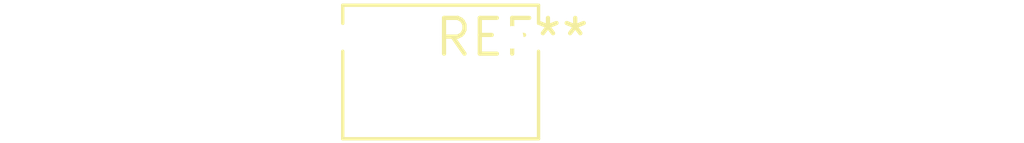
<source format=kicad_pcb>
(kicad_pcb (version 20240108) (generator pcbnew)
  (layers (0 "F.Cu" signal) (31 "B.Cu" signal) (34 "B.Paste" user) (35 "F.Paste" user) (36 "B.SilkS" user "B.Silkscreen") (37 "F.SilkS" user "F.Silkscreen") (38 "B.Mask" user) (39 "F.Mask" user) (44 "Edge.Cuts" user))
  (net 0 "")
  (footprint "Potentiometer_Bourns_3266W_Vertical" (layer "F.Cu") (at 0 0)
    (property "Reference" "REF**")
    (property "Value" "Potentiometer_Bourns_3266W_Vertical")
    (fp_line (start -6.015 -1.14) (end -6.015 -0.495) (layer "F.SilkS") (stroke (width 0.12)))
    (fp_line (start -6.015 -1.14) (end 0.935 -1.14) (layer "F.SilkS") (stroke (width 0.12)))
    (fp_line (start -6.015 0.495) (end -6.015 3.6) (layer "F.SilkS") (stroke (width 0.12)))
    (fp_line (start -6.015 3.6) (end 0.935 3.6) (layer "F.SilkS") (stroke (width 0.12)))
    (fp_line (start 0.935 -1.14) (end 0.935 -0.495) (layer "F.SilkS") (stroke (width 0.12)))
    (fp_line (start 0.935 0.495) (end 0.935 3.6) (layer "F.SilkS") (stroke (width 0.12)))
    (pad "1" thru_hole circle (at 0 0) (size 1.44 1.44) (drill 0.8) (layers *.Cu *.Mask) (remove_unused_layers))
    (pad "2" thru_hole circle (at -2.54 2.54) (size 1.44 1.44) (drill 0.8) (layers *.Cu *.Mask) (remove_unused_layers))
    (pad "3" thru_hole circle (at -5.08 0) (size 1.44 1.44) (drill 0.8) (layers *.Cu *.Mask) (remove_unused_layers))
  )
)
</source>
